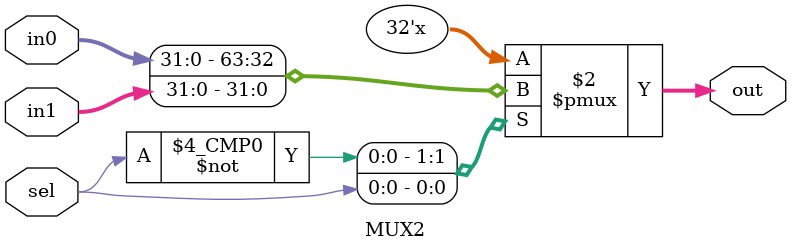
<source format=v>
module MUX2 #(
    parameter WIDTH = 32
)(
    input wire [WIDTH-1:0] in0,
    input wire [WIDTH-1:0] in1,
    input wire sel,
    output reg [WIDTH-1:0] out
);
    always @(*) begin
        case (sel)
            1'b0: out = in0;
            1'b1: out = in1;
            default: out = {WIDTH{1'bx}};
        endcase
    end
endmodule

</source>
